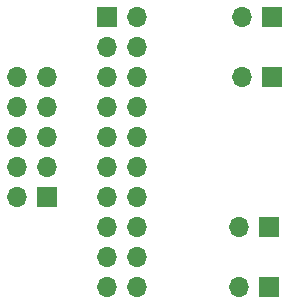
<source format=gbr>
%TF.GenerationSoftware,KiCad,Pcbnew,7.0.9-1.fc39*%
%TF.CreationDate,2023-12-29T10:13:10-08:00*%
%TF.ProjectId,supermicro-ATX-PCB,73757065-726d-4696-9372-6f2d4154582d,rev?*%
%TF.SameCoordinates,Original*%
%TF.FileFunction,Soldermask,Bot*%
%TF.FilePolarity,Negative*%
%FSLAX46Y46*%
G04 Gerber Fmt 4.6, Leading zero omitted, Abs format (unit mm)*
G04 Created by KiCad (PCBNEW 7.0.9-1.fc39) date 2023-12-29 10:13:10*
%MOMM*%
%LPD*%
G01*
G04 APERTURE LIST*
%ADD10R,1.700000X1.700000*%
%ADD11O,1.700000X1.700000*%
G04 APERTURE END LIST*
D10*
%TO.C,UID1*%
X123190000Y-68580000D03*
D11*
X120650000Y-68580000D03*
%TD*%
D10*
%TO.C,PWR_FAIL1*%
X123190000Y-63500000D03*
D11*
X120650000Y-63500000D03*
%TD*%
D10*
%TO.C,NIC2*%
X122936000Y-81280000D03*
D11*
X120396000Y-81280000D03*
%TD*%
D10*
%TO.C,SM-JF1*%
X109220000Y-63500000D03*
D11*
X111760000Y-63500000D03*
X109220000Y-66040000D03*
X111760000Y-66040000D03*
X109220000Y-68580000D03*
X111760000Y-68580000D03*
X109220000Y-71120000D03*
X111760000Y-71120000D03*
X109220000Y-73660000D03*
X111760000Y-73660000D03*
X109220000Y-76200000D03*
X111760000Y-76200000D03*
X109220000Y-78740000D03*
X111760000Y-78740000D03*
X109220000Y-81280000D03*
X111760000Y-81280000D03*
X109220000Y-83820000D03*
X111760000Y-83820000D03*
X109220000Y-86360000D03*
X111760000Y-86360000D03*
%TD*%
D10*
%TO.C,NIC1*%
X122936000Y-86360000D03*
D11*
X120396000Y-86360000D03*
%TD*%
D10*
%TO.C,ATX-FP1*%
X104140000Y-78740000D03*
D11*
X101600000Y-78740000D03*
X104140000Y-76200000D03*
X101600000Y-76200000D03*
X104140000Y-73660000D03*
X101600000Y-73660000D03*
X104140000Y-71120000D03*
X101600000Y-71120000D03*
X104140000Y-68580000D03*
X101600000Y-68580000D03*
%TD*%
M02*

</source>
